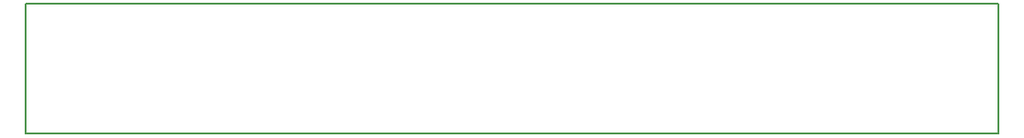
<source format=gm1>
%TF.GenerationSoftware,KiCad,Pcbnew,(5.1.6-0-10_14)*%
%TF.CreationDate,2020-06-29T16:19:24+02:00*%
%TF.ProjectId,rev0,72657630-2e6b-4696-9361-645f70636258,rev?*%
%TF.SameCoordinates,Original*%
%TF.FileFunction,Profile,NP*%
%FSLAX46Y46*%
G04 Gerber Fmt 4.6, Leading zero omitted, Abs format (unit mm)*
G04 Created by KiCad (PCBNEW (5.1.6-0-10_14)) date 2020-06-29 16:19:24*
%MOMM*%
%LPD*%
G01*
G04 APERTURE LIST*
%TA.AperFunction,Profile*%
%ADD10C,0.200000*%
%TD*%
G04 APERTURE END LIST*
D10*
X192870000Y-82423000D02*
X192870000Y-92423000D01*
X192870000Y-80423000D02*
X102869998Y-80423000D01*
X192870000Y-82423000D02*
X192870000Y-80423000D01*
X102870000Y-88423000D02*
X102870000Y-82423000D01*
X192870000Y-88423000D02*
X192870000Y-82423000D01*
X102870000Y-92423000D02*
X102870000Y-82423000D01*
X102869998Y-80423000D02*
X102870000Y-82423000D01*
X192880000Y-92440000D02*
X102880000Y-92440000D01*
M02*

</source>
